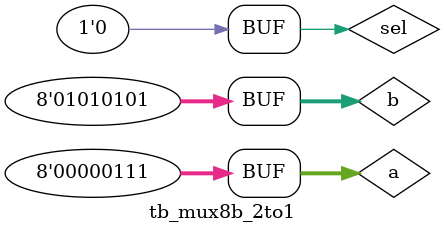
<source format=v>
module tb_mux8b_2to1();
	reg [7:0] a, b;
	reg		 sel;
	wire [7:0] out;
	
	mux8b_2to1_case U0 (a, b, sel, out);
	//mux8b_2to1_if U0 (a, b, sel, out);
	//mux8b_2to1_assign U0 (a, b, sel, out);
	
	initial begin
			a = 8'h42;	b = 8'h71;
	#20	a = 8'ha5;	b = 8'hbd;
	#20	a = 8'h18;	b = 8'h66;
	#20	a = 8'h35;	b = 8'h57;
	#20	a = 8'hb7;	b = 8'hc0;
	#20	a = 8'h15;	b = 8'h11;
	#20	a = 8'h07;	b = 8'h55;
	end
	
	initial begin
			sel = 1'b0;
	#50	sel = 1'b1;
	#40	sel = 1'b0;
	end
endmodule
</source>
